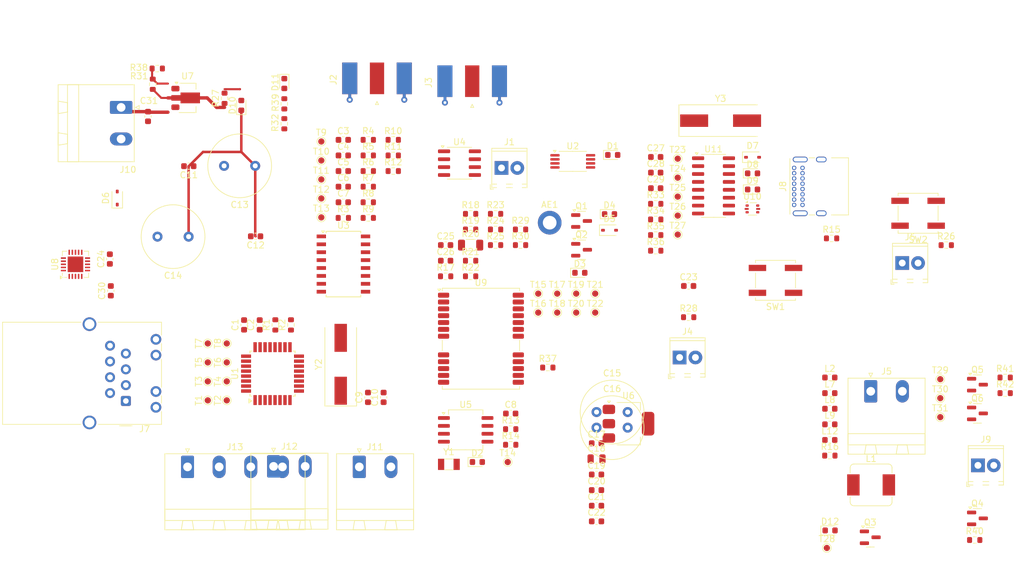
<source format=kicad_pcb>
(kicad_pcb (version 20240108) (generator "pcbnew") (generator_version "8.0")
  (layers (0 "F.Cu" signal) (31 "B.Cu" signal) (34 "B.Paste" user) (35 "F.Paste" user) (36 "B.SilkS" user "B.Silkscreen") (37 "F.SilkS" user "F.Silkscreen") (38 "B.Mask" user) (39 "F.Mask" user) (44 "Edge.Cuts" user))
  (net 0 "")
  (net 1 "Net-(AE1-A)")
  (net 2 "/MCU/+VCC")
  (net 3 "/MCU/GND")
  (net 4 "/WIND/Vcc")
  (net 5 "/WIND/GND")
  (net 6 "Net-(U3A-Cext)")
  (net 7 "Net-(U3A-RCext)")
  (net 8 "Net-(J3-In)")
  (net 9 "/RTC/GND")
  (net 10 "/RTC/+5V")
  (net 11 "/XTAL/GND")
  (net 12 "/MCU/XTAL1{slash}PB6")
  (net 13 "/MCU/XTAL2{slash}PB7")
  (net 14 "/NRF24/GND")
  (net 15 "/NRF24/+3.3V")
  (net 16 "/GNSS/GND")
  (net 17 "/GNSS/VCC_USB")
  (net 18 "Net-(U9-RF_IN)")
  (net 19 "/GNSS/+3.3V")
  (net 20 "Net-(D1-A)")
  (net 21 "Net-(D1-K)")
  (net 22 "Net-(D2-K)")
  (net 23 "Net-(D4-A)")
  (net 24 "Net-(D5-A)")
  (net 25 "Net-(J1-Pin_1)")
  (net 26 "/MCU/~{RESET}{slash}PC6")
  (net 27 "/Reset/GND")
  (net 28 "/MCU/A6")
  (net 29 "/MCU/A7")
  (net 30 "/MCU/PB0")
  (net 31 "/MCU/PB1-D9~")
  (net 32 "/MCU/PB2-D10~")
  (net 33 "/MCU/MOSI")
  (net 34 "/MCU/MISO")
  (net 35 "/MCU/CLK")
  (net 36 "/MCU/PC0-A0")
  (net 37 "/MCU/PC1-A1")
  (net 38 "/MCU/PC2-A2")
  (net 39 "/MCU/PC3-A3")
  (net 40 "/MCU/SDA")
  (net 41 "/MCU/SCL")
  (net 42 "/MCU/TX")
  (net 43 "/MCU/RX")
  (net 44 "/MCU/PD2-D2-(INT0)")
  (net 45 "/MCU/PD3-D3-(INT1)~")
  (net 46 "/MCU/PD4-D4")
  (net 47 "/MCU/PD7-D7")
  (net 48 "/MCU/PD6-D6~")
  (net 49 "/MCU/PD5-D5~")
  (net 50 "Net-(Q2-D)")
  (net 51 "Net-(U3A-Q)")
  (net 52 "Net-(U2B--)")
  (net 53 "Net-(U2A-+)")
  (net 54 "Net-(R11-Pad1)")
  (net 55 "/WIND/Wind_interrupt_MCU")
  (net 56 "/WIND/Wind_interrupt_Power")
  (net 57 "Net-(U5-SQW{slash}OUT)")
  (net 58 "Net-(R13-Pad2)")
  (net 59 "/Reset/VCC")
  (net 60 "/GNSS/GNSS_ENABLED")
  (net 61 "Net-(U9-TXD{slash}SPI_MISO)")
  (net 62 "/GNSS/GNSS_TX")
  (net 63 "/GNSS/GNSS_RX")
  (net 64 "Net-(R21-Pad2)")
  (net 65 "Net-(U9-RXD{slash}SPI_MOSI)")
  (net 66 "Net-(U9-TIMEPULSE)")
  (net 67 "/WIND/Simulation")
  (net 68 "Net-(U2A--)")
  (net 69 "Net-(U9-D_SEL)")
  (net 70 "Net-(U9-SDA{slash}~{SPI_CS})")
  (net 71 "Net-(U9-SCL{slash}SPI_CLK)")
  (net 72 "Net-(U9-EXTINT)")
  (net 73 "Net-(U9-~{SAFEBOOT})")
  (net 84 "/WIND/U{slash}~{D}")
  (net 85 "/WIND/~{CS}")
  (net 86 "/RTC/SDA")
  (net 87 "/RTC/V_Backup")
  (net 88 "Net-(U5-X1)")
  (net 89 "Net-(U5-X2)")
  (net 90 "/RTC/SCL")
  (net 91 "/GNSS/D+")
  (net 92 "/GNSS/D-")
  (net 96 "/GNSS/VCC_BACKUP")
  (net 97 "/GNSS/VCC_RF")
  (net 112 "/Programming/+5V")
  (net 113 "/Programming/GND")
  (net 114 "/Programming/DTR")
  (net 115 "/Programming/+3.3V")
  (net 116 "Net-(D7-K)")
  (net 119 "Net-(J8-D--PadA7)")
  (net 120 "Net-(J8-D+-PadA6)")
  (net 123 "Net-(R33-Pad2)")
  (net 124 "Net-(R34-Pad2)")
  (net 129 "/NRF24/XTAl_1")
  (net 130 "/NRF24/XTAl_2")
  (net 138 "Net-(U11-XI)")
  (net 142 "Net-(U11-XO)")
  (net 149 "/User_Buttons/SELF_TEST")
  (net 150 "/User_Buttons/GND")
  (net 151 "/User_Buttons/VCC")
  (net 158 "/Power/GND")
  (net 159 "Net-(J5-Pin_1)")
  (net 160 "Net-(D4-K)")
  (net 161 "/Power/Vcap")
  (net 162 "/Power/+3.3V")
  (net 163 "Net-(U8-VDD_PA)")
  (net 164 "Net-(J6-In)")
  (net 165 "Net-(C25-Pad1)")
  (net 169 "Net-(D3-A)")
  (net 170 "Net-(D6-A)")
  (net 171 "Net-(D8-A)")
  (net 172 "Net-(D9-A)")
  (net 173 "Net-(D10-K)")
  (net 175 "Net-(D11-K)")
  (net 177 "Net-(D12-K)")
  (net 182 "/Power/Power_Sensors/V_{IN}")
  (net 183 "/Power/GND_RF")
  (net 184 "/Power/GND_GNSS")
  (net 185 "/Power/Power_GNSS/V_{IN}")
  (net 186 "Net-(Q1-G)")
  (net 187 "/Power/+3.3V_Sensors")
  (net 188 "Net-(Q3-D)")
  (net 189 "/Power/Enable_GNSS")
  (net 190 "/Power/Power_Sensors/GND")
  (net 191 "/Power/+3.3V_GNSS")
  (net 192 "Net-(Q5-G)")
  (net 193 "/Power/Power_GNSS/GND")
  (net 194 "/Power/Enable_Sensors")
  (net 195 "Net-(U6-ADJ)")
  (net 196 "Net-(R18-Pad1)")
  (net 197 "Net-(R26-Pad2)")
  (net 198 "Net-(R27-Pad1)")
  (net 199 "Net-(R31-Pad1)")
  (net 202 "Net-(U8-ANT2)")
  (net 206 "Net-(U8-ANT1)")
  (net 209 "Net-(U8-IREF)")
  (footprint "Connector_Phoenix_MSTB:PhoenixContact_MSTBA_2,5_2-G-5,08_1x02_P5.08mm_Horizontal" (layer "F.Cu") (at 170.5874 102.9426)
    (property "Reference" "J5")
    (property "Value" "Panel")
  )
  (footprint "Inductor_SMD:L_Sumida_CDMC6D28_7.25x6.5mm" (layer "F.Cu") (at 170.6474 117.9876)
    (property "Reference" "L1")
    (property "Value" "33uH")
  )
  (footprint "Resistor_SMD:R_0603_1608Metric" (layer "F.Cu") (at 89.8868 65.0288)
    (property "Reference" "R5")
    (property "Value" "R_10K_SMD_0603")
  )
  (footprint "Resistor_SMD:R_0603_1608Metric" (layer "F.Cu") (at 187.2874 126.8476)
    (property "Reference" "R40")
    (property "Value" "100k")
  )
  (footprint "TestPoint:TestPoint_Pad_D1.0mm" (layer "F.Cu") (at 120.2322 87.2386)
    (property "Reference" "T17")
    (property "Value" "TP")
  )
  (footprint "Capacitor_SMD:C_0603_1608Metric" (layer "F.Cu") (at 85.8768 62.5188)
    (property "Reference" "C3")
    (property "Value" "100nF")
  )
  (footprint "LED_SMD:LED_0603_1608Metric" (layer "F.Cu") (at 151.6054 70.498)
    (property "Reference" "D9")
    (property "Value" "POS_ENABLE")
  )
  (footprint "TestPoint:TestPoint_Pad_D1.0mm" (layer "F.Cu") (at 120.2322 90.2886)
    (property "Reference" "T18")
    (property "Value" "TP")
  )
  (footprint "Inductor_SMD:L_0603_1608Metric" (layer "F.Cu") (at 164.0174 105.7476)
    (property "Reference" "L8")
    (property "Value" "MPZ1608S101ATAH0")
  )
  (footprint "Connector_Coaxial:SMA_Molex_73251-1153_EdgeMount_Horizontal" (layer "F.Cu") (at 106.5784 54.812 -90)
    (property "Reference" "J3")
    (property "Value" "132415")
  )
  (footprint "Resistor_SMD:R_0603_1608Metric" (layer "F.Cu") (at 136.0554 72.808)
    (property "Reference" "R33")
    (property "Value" "0")
  )
  (footprint "Connector_Coaxial:SMA_Molex_73251-1153_EdgeMount_Horizontal" (layer "F.Cu") (at 91.2876 54.3548 -90)
    (property "Reference" "J2")
    (property "Value" "132415")
  )
  (footprint "TerminalBlock_Phoenix:TerminalBlock_Phoenix_MPT-0,5-2-2.54_1x02_P2.54mm_Horizontal" (layer "F.Cu") (at 139.8902 97.5052)
    (property "Reference" "J4")
    (property "Value" "KF128-2.54_2P")
  )
  (footprint "Resistor_SMD:R_0603_1608Metric" (layer "F.Cu") (at 89.8868 72.5588)
    (property "Reference" "R8")
    (property "Value" "R_10K_SMD_0603")
  )
  (footprint "Diode_SMD:D_SOD-323" (layer "F.Cu") (at 151.6054 65.318)
    (property "Reference" "D7")
    (property "Value" "1N4148")
  )
  (footprint "TestPoint:TestPoint_Pad_D1.0mm" (layer "F.Cu") (at 82.3468 71.9388)
    (property "Reference" "T12")
    (property "Value" "TP")
  )
  (footprint "TestPoint:TestPoint_Pad_D1.0mm" (layer "F.Cu") (at 163.5374 128.1276)
    (property "Reference" "T28")
    (property "Value" "TP")
  )
  (footprint "Inductor_SMD:L_0603_1608Metric" (layer "F.Cu") (at 164.0174 110.7676)
    (property "Reference" "L12")
    (property "Value" "MPZ1608S101ATAH0")
  )
  (footprint "Connector_RJ:RJ45_Wuerth_7499010121A_Horizontal" (layer "F.Cu") (at 50.9524 104.4956 180)
    (property "Reference" "J7")
    (property "Value" "RJ45_Wuerth_7499010121A")
  )
  (footprint "Inductor_SMD:L_0603_1608Metric" (layer "F.Cu") (at 164.0174 103.2376)
    (property "Reference" "L7")
    (property "Value" "MPZ1608S101ATAH0")
  )
  (footprint "Capacitor_SMD:C_0603_1608Metric" (layer "F.Cu") (at 141.3438 86.0126)
    (property "Reference" "C23")
    (property "Value" "2.2nF")
  )
  (footprint "Connector_USB:USB_C_Receptacle_GCT_USB4085" (layer "F.Cu") (at 158.281 72.9774 90)
    (property "Reference" "J8")
    (property "Value" "USB_C_Receptacle_USB2.0_16P")
  )
  (footprint "Capacitor_SMD:C_0603_1608Metric" (layer "F.Cu") (at 136.0554 65.278)
    (property "Reference" "C27")
    (property "Value" "100nF")
  )
  (footprint "Package_SO:SOIC-8_3.9x4.9mm_P1.27mm" (layer "F.Cu") (at 104.5322 66.2686)
    (property "Reference" "U4")
    (property "Value" "MCP4011")
  )
  (footprint "Capacitor_SMD:C_0603_1608Metric" (layer "F.Cu") (at 126.5482 116.3176)
    (property "Reference" "C19")
    (property "Value" "4.7uF")
  )
  (footprint "Package_TO_SOT_SMD:SOT-23" (layer "F.Cu") (at 124.1422 75.5636)
    (property "Reference" "Q1")
    (property "Value" "CJ3401")
  )
  (footprint "Package_TO_SOT_SMD:SOT-666" (layer "F.Cu") (at 151.5854 73.623)
    (property "Reference" "U10")
    (property "Value" "USBLC6-2P6")
  )
  (footprint "Capacitor_SMD:C_0603_1608Metric" (layer "F.Cu") (at 126.5482 123.8476)
    (property "Reference" "C22")
    (property "Value" "100nF")
  )
  (footprint "Crystal:Crystal_SMD_HC49-SD" (layer "F.Cu") (at 146.4736 59.436)
    (property "Reference" "Y3")
    (property "Value" "Crystal")
  )
  (footprint "Package_TO_SOT_SMD:SOT-23" (layer "F.Cu") (at 187.7274 101.8726)
    (property "Reference" "Q5")
    (property "Value" "CJ3401")
  )
  (footprint "Capacitor_SMD:C_0805_2012Metric" (layer "F.Cu") (at 126.5482 113.8076)
    (property "Reference" "C18")
    (property "Value" "100uF")
  )
  (footprint "Package_TO_SOT_SMD:SOT-23" (layer "F.Cu") (at 170.5074 126.4126)
    (property "Reference" "Q3")
    (property "Value" "CJ3401")
  )
  (footprint "Resistor_SMD:R_0603_1608Metric" (layer "F.Cu") (at 89.8868 67.5388)
    (property "Reference" "R6")
    (property "Value" "R_10K_SMD_0603")
  )
  (footprint "TestPoint:TestPoint_Pad_D1.0mm" (layer "F.Cu") (at 139.5854 65.548)
    (property "Reference" "T23")
    (property "Value" "TP")
  )
  (footprint "LED_SMD:LED_0603_1608Metric" (layer "F.Cu") (at 151.6054 67.908)
    (property "Reference" "D8")
    (property "Value" "GNSS")
  )
  (footprint "Button_Switch_SMD:SW_Push_1P1T_NO_CK_KSC7xxJ" (layer "F.Cu") (at 155.2912 85.1088)
    (property "Reference" "SW1")
    (property "Value" "PB_SMD_12V_50MA_6MM_6MM")
  )
  (footprint "LED_SMD:LED_0603_1608Metric" (layer "F.Cu") (at 129.1522 64.9486)
    (property "Reference" "D1")
    (property "Value" "LED")
  )
  (footprint "Capacitor_SMD:C_0603_1608Metric" (layer "F.Cu") (at 85.8768 65.0288)
    (property "Reference" "C4")
    (property "Value" "100nF")
  )
  (footprint "Resistor_SMD:R_0603_1608Metric" (layer "F.Cu") (at 192.1774 103.2376)
    (property "Reference" "R42")
    (property "Value" "100k")
  )
  (footprint "Capacitor_SMD:C_0603_1608Metric" (layer "F.Cu") (at 126.5482 111.2976)
    (property "Reference" "C17")
    (property "Value" "47uF")
  )
  (footprint "Package_QFP:TQFP-32_7x7mm_P0.8mm" (layer "F.Cu") (at 74.5096 100.1 90)
    (property "Reference" "U1")
    (property "Value" "ATMEGA-328P")
  )
  (footprint "Resistor_SMD:R_0603_1608Metric" (layer "F.Cu") (at 89.8868 70.0488)
    (property "Reference" "R7")
    (property "Value" "R_10K_SMD_0603")
  )
  (footprint "Capacitor_SMD:C_0603_1608Metric" (layer "F.Cu") (at 54.5084 58.7626 90)
    (property "Reference" "C31")
    (property "Value" "100nF" (hide yes))
  )
  (footprint "TestPoint:TestPoint_Pad_D1.0mm" (layer "F.Cu") (at 67.1596 95.25 90)
    (property "Reference" "T8")
    (property "Value" "TP")
  )
  (footprint "TestPoint:TestPoint_Pad_D1.0mm" (layer "F.Cu") (at 139.5854 74.698)
    (property "Reference" "T26")
    (property "Value" "TP")
  )
  (footprint "Capacitor_SMD:C_0603_1608Metric" (layer "F.Cu") (at 85.8768 72.5588)
    (property "Reference" "C7")
    (property "Value" "100nF")
  )
  (footprint "Resistor_SMD:R_0603_1608Metric" (layer "F.Cu") (at 164.0174 113.2776)
    (property "Reference" "R16")
    (property "Value" "390")
  )
  (footprint "Resistor_SMD:R_0603_1608Metric" (layer "F.Cu") (at 66.802 55.8399 90)
    (property "Reference" "R27")
    (property "Value" "0")
  )
  (footprint "TestPoint:TestPoint_Pad_D1.0mm" (layer "F.Cu") (at 181.7574 107.0976)
    (property "Reference" "T31")
    (property "Value" "TP")
  )
  (footprint "TestPoint:TestPoint_Pad_D1.0mm" (layer "F.Cu") (at 139.5854 68.598)
    (property "Reference" "T24")
    (property "Value" "TP")
  )
  (footprint "TestPoint:TestPoint_Pad_D1.0mm" (layer "F.Cu") (at 64.1096 98.3 90)
    (property "Reference" "T5")
    (property "Value" "TP")
  )
  (footprint "Resistor_SMD:R_0603_1608Metric" (layer "F.Cu") (at 136.0554 77.828)
    (property "Reference" "R35")
    (property "Value" "270")
  )
  (footprint "RF_GPS:ublox_NEO" (layer "F.Cu") (at 107.9822 94.4886)
    (property "Reference" "U9")
    (property "Value" "NEO-M8M")
  )
  (footprint "Resistor_SMD:R_0603_1608Metric" (layer "F.Cu") (at 114.3422 79.4386)
    (property "Reference" "R30")
    (property "Value" "1k")
  )
  (footprint "Resistor_SMD:R_0603_1608Metric" (layer "F.Cu") (at 93.8968 62.5188)
    (property "Reference" "R10")
    (property "Value" "R_330R_SMD_0603")
  )
  (footprint "TestPoint:TestPoint_Pad_D1.0mm" (layer "F.Cu") (at 82.3468 74.9888)
    (property "Reference" "T13")
    (property "Value" "TP")
  )
  (footprint "Resistor_SMD:R_0603_1608Metric" (layer "F.Cu") (at 192.1774 100.7276)
    (property "Reference" "R41")
    (property "Value" "10k")
  )
  (footprint "Resistor_SMD:R_0603_1608Metric" (layer "F.Cu") (at 76.4032 59.9318 -90)
    (property "Reference" "R32")
    (property "Value" "330" (hide yes))
  )
  (footprint "Package_TO_SOT_SMD:SOT-223-3_TabPin2" (layer "F.Cu") (at 131.6782 108.1476)
    (property "Reference" "U6")
    (property "Value" "LM317_SOT-223")
  )
  (footprint "Diode_SMD:D_SOD-323" (layer "F.Cu") (at 49.5692 71.8788 90)
    (property "Reference" "D6")
    (property "Value" "1N5819WS")
  )
  (footprint "Connector_Phoenix_MSTB:PhoenixContact_MSTBA_2,5_2-G-5,08_1x02_P5.08mm_Horizontal" (layer "F.Cu") (at 88.4428 115.0945)
    (property "Reference" "J11")
    (property "Value" "Wind_Direction")
  )
  (footprint "Capacitor_SMD:C_0603_1608Metric" (layer "F.Cu") (at 48.382 81.6822 90)
    (property "Reference" "C24")
    (property "Value" "4.7pF")
  )
  (footprint "Connector_Phoenix_MSTB:PhoenixContact_MSTBA_2,5_2-G-5,08_1x02_P5.08mm_Horizontal" (layer "F.Cu") (at 74.676 115.0112)
    (property "Reference" "J12")
    (property "Value" "Water_Level")
  )
  (footprint "Connector_Phoenix_MSTB:PhoenixContact_MSTBA_2,5_4-G-5,08_1x04_P5.08mm_Horizontal" (layer "F.Cu") (at 60.8584 115.0945)
    (property "Reference" "J13")
    (property "Value" "Screw_Terminal_01x04")
  )
  (footprint "TestPoint:TestPoint_Pad_D1.0mm" (layer "F.Cu") (at 64.1096 95.25 90)
    (property "Reference" "T7")
    (property "Value" "TP")
  )
  (footprint "TestPoint:TestPoint_Pad_D1.0mm" (layer "F.Cu") (at 181.7574 104.0476)
    (property "Reference" "T30")
    (property "Value" "TP")
  )
  (footprint "Resistor_SMD:R_0603_1608Metric" (layer "F.Cu") (at 110.3322 79.4386)
    (property "Reference" "R25")
    (property "Value" "0")
  )
  (footprint "Resistor_SMD:R_0603_1608Metric" (layer "F.Cu") (at 118.7196 99.124)
    (property "Reference" "R37")
    (property "Value" "270")
  )
  (footprint "Capacitor_THT:C_Radial_D10.0mm_H20.0mm_P5.00mm" (layer "F.Cu") (at 71.7296 66.7004 180)
    (property "Reference" "C13")
    (property "Value" "5F")
  )
  (footprint "Resistor_SMD:R_0603_1608Metric" (layer "F.Cu") (at 77.4696 92.27 90)
    (property "Reference" "R2")
    (property "Value" "4.7k")
  )
  (footprint "TestPoint:TestPoint_Pad_D1.0mm" (layer "F.Cu") (at 82.3468 62.7888)
    (property "Reference" "T9")
    (property "Value" "TP")
  )
  (footprint "LED_SMD:LED_0603_1608Metric" (layer "F.Cu") (at 107.4022 114.3086)
    (property "Reference" "D2")
    (property "Value" "LED")
  )
  (footprint "Capacitor_SMD:C_0603_1608Metric" (layer "F.Cu") (at 85.8768 67.5388)
    (property "Reference" "C5")
    (property "Value" "100nF")
  )
  (footprint "TestPoint:TestPoint_Pad_D1.0mm" (layer "F.Cu") (at 82.3468 68.8888)
    (property "Reference" "T11")
    (property "Value" "TP")
  )
  (footprint "LED_SMD:LED_0603_1608Metric" (layer "F.Cu") (at 69.4944 56.9808 90)
    (property "Reference" "D10")
    (property "Value" "LED_USB")
  )
  (footprint "TestPoint:TestPoint_Pad_D1.0mm" (layer "F.Cu") (at 117.1822 90.2886)
    (property "Reference" "T16")
    (property "Value" "TP")
  )
  (footprint "TestPoint:TestPoint_Pad_D1.0mm" (layer "F.Cu") (at 67.1596 98.3 90)
    (property "Reference" "T6")
    (property "Value" "TP")
  )
  (footprint "Resistor_SMD:R_0603_1608Metric" (layer "F.Cu") (at 93.8968 65.0288)
    (property "Reference" "R11")
    (property "Value" "R_0R_SMD_0603")
  )
  (footprint "MountingHole:MountingHole_2.2mm_M2_DIN965_Pad" (layer "F.Cu") (at 119.0222 75.8386)
    (property "Reference" "AE1")
    (property "Value" "Internal_antenna")
  )
  (footprint "Capacitor_THT:C_Radial_D10.0mm_H20.0mm_P5.00mm" (layer "F.Cu") (at 61.0324 78.0796 180)
    (property "Reference" "C14")
    (property "Value" "5F")
  )
  (footprint "TestPoint:TestPoint_Pad_D1.0mm" (layer "F.Cu") (at 126.3322 90.2886)
    (property "Reference" "T22")
    (property "Value" "TP")
  )
  (footprint "Resistor_SMD:R_0603_1608Metric" (layer "F.Cu") (at 74.9596 92.27 90)
    (property "Reference" "R1")
    (property "Value" "4.7k")
  )
  (footprint "Capacitor_SMD:C_0603_1608Metric" (layer "F.Cu") (at 126.5482 118.8276)
    (property "Reference" "C20")
    (property "Value" "100nF")
  )
  (footprint "Diode_SMD:D_SOD-323" (layer "F.Cu") (at 128.6322 77.0486)
    (property "Reference" "D5")
    (property "Value" "1N5819WS")
  )
  (footprint "Resistor_SMD:R_0603_1608Metric" (layer "F.Cu") (at 110.3322 74.4186)
    (property "Reference" "R23")
    (property "Value" "R_1K_SMD_0603")
  )
  (footprint "Resistor_SMD:R_0603_1608Metric" (layer "F.Cu") (at 164.296 78.3592)
    (property "Reference" "R15")
    (property "Value" "10k")
  )
  (footprint "Resistor_SMD:R_0603_1608Metric" (layer "F.Cu") (at 85.8768 75.0688)
    (property "Reference" "R3")
    (property "Value" "10k")
  )
  (footprint "Button_Switch_SMD:SW_Push_1P1T_NO_CK_KSC7xxJ" (layer "F.Cu") (at 178.1954 74.3212)
    (property "Reference" "SW2")
    (property "Value" "PB_SMD_12V_50MA_6MM_6MM")
  )
  (footprint "Resistor_SMD:R_0603_1608Metric" (layer "F.Cu") (at 112.7622 109.0286)
    (property "Reference" "R13")
    (property "Value" "0")
  )
  (footprint "Connector_Phoenix_MSTB:PhoenixContact_MSTBA_2,5_2-G-5,08_1x02_P5.08mm_Horizontal" (layer "F.Cu") (at 50.1904 57.3024 -90)
    (property "Reference" "J10")
    (property "Value" "Anemometer" (hide yes))
  )
  (footprint "Crystal:Crystal_SMD_HC49-SD" (layer "F.Cu") (at 85.4596 98.6 90)
    (property "Reference" "Y2")
    (property "Value" "16MHz")
  )
  (footprint "Crystal:Crystal_SMD_3215-2Pin_3.2x1.5mm" (layer "F.Cu") (at 102.8322 114.6886)
    (property "Reference" "Y1")
    (property "Value" "32kHz")
  )
  (footprint "Inductor_SMD:L_0603_1608Metric" (layer "F.Cu") (at 164.0174 100.7276)
    (property "Reference" "L2")
    (property "Value" "MPZ1608S101ATAH0")
  )
  (footprint "Capacitor_SMD:C_0603_1608Metric" (layer "F.Cu") (at 71.7912 78.0288 180)
    (property "Reference" "C12")
    (property "Value" "2.2uF")
  )
  (footprint "Capacitor_SMD:C_0603_1608Metric" (layer "F.Cu") (at 112.7622 106.5186)
    (property "Reference" "C8")
    (property "Value" "100nF")
  )
  (footprint "Package_TO_SOT_SMD:SOT-23" (layer "F.Cu") (at 124.1422 80.1886)
    (property "Reference" "Q2")
    (property "Value" "2N7002")
  )
  (footprint "Package_TO_SOT_SMD:SOT-23" (layer "F.Cu") (at 187.7274 106.4976)
    (property "Reference" "Q6")
    (property "Value" "2N7002H")
  )
  (footprint "Capacitor_SMD:C_0603_1608Metric" (layer "F.Cu") (at 69.9396 92.27 90)
    (property "Reference" "C1")
    (property "Value" "100nF")
  )
  (footprint "Resistor_SMD:R_0603_1608Metric" (layer "F.Cu") (at 93.8968 67.5388)
    (property "Reference" "R12")
    (property "Value" "R_0R_SMD_0603")
  )
  (footprint "Resistor_SMD:R_0603_1608Metric" (layer "F.Cu") (at 106.3222 84.4586)
    (property "Reference" "R22")
    (property "Value" "0")
  )
  (footprint "Resistor_SMD:R_0603_1608Metric" (layer "F.Cu") (at 55.9938 51.054 180)
    (property "Reference" "R38")
    (property "Value" "10k" (hide yes))
  )
  (footprint "TerminalBlock_Phoenix:TerminalBlock_Phoenix_MPT-0,5-2-2.54_1x02_P2.54mm_Horizontal" (layer "F.Cu") (at 187.8074 114.8476)
    (property "Reference" "J9")
    (property "Value" "KF128-2.54_2P")
  )
  (footprint "TestPoint:TestPoint_Pad_D1.0mm" (layer "F.Cu") (at 117.1822 87.2386)
    (property "Reference" "T15")
    (property "Value" "TP")
  )
  (footprint "Inductor_SMD:L_0603_1608Metric" (layer "F.Cu") (at 164.0174 108.2576)
    (property "Reference" "L9")
    (property "Value" "MPZ1608S101ATAH0")
  )
  (footprint "TestPoint:TestPoint_Pad_D1.0mm" (layer "F.Cu") (at 67.1596 101.35 90)
    (property "Reference" "T4")
    (property "Value" "TP")
  )
  (footprint "TestPoint:TestPoint_Pad_D1.0mm" (layer "F.Cu") (at 139.5854 71.648)
    (property "Reference" "T25")
    (property "Value" "TP")
  )
  (footprint "Capacitor_SMD:C_0603_1608Metric" (layer "F.Cu") (at 61.0616 66.7512 180)
    (property "Reference" "C11")
    (property "Value" "2.2uF")
  )
  (footprint "TestPoint:TestPoint_Pad_D1.0mm" (layer "F.Cu") (at 139.5854 77.748)
    (property "Reference" "T27")
    (property "Value" "TP")
  )
  (footprint "Capacitor_SMD:C_0603_1608Metric" (layer "F.Cu") (at 136.0554 70.298)
    (property "Reference" "C29")
    (property "Value" "100nF")
  )
  (footprint "Resistor_SMD:R_0603_1608Metric" (layer "F.Cu") (at 76.4032 56.7314 -90)
    (property "Reference" "R39")
    (property "Value" "10k" (hide yes))
  )
  (footprint "Resistor_SMD:R_0603_1608Metric" (layer "F.Cu") (at 136.0554 80.338)
    (property "Reference" "R36")
    (property "Value" "270")
  )
  (footprint "Package_SO:TSSOP-8_4.4x3mm_P0.65mm" (layer "F.Cu") (at 122.7322 65.9786)
    (property "Reference" "U2")
    (property "Value" "LM358DR")
  )
  (footprint "TestPoint:TestPoint_Pad_D1.0mm" (layer "F.Cu") (at 181.7574 100.9976)
    (property "Reference" "T29")
    (property "Value" "TP")
  )
  (footprint "TestPoint:TestPoint_Pad_D1.0mm" (layer "F.Cu") (at 123.2822 87.2386)
    (property "Reference" "T19")
    (property "Value" "TP")
  )
  (footprint "LED_SMD:LED_0603_1608Metric" (layer "F.Cu") (at 164.0574 125.3076)
    (property "Reference" "D12")
    (property "Value" "RX_LED")
  )
  (footprint "Capacitor_SMD:C_0603_1608Metric" (layer "F.Cu") (at 126.5482 121.3376)
    (property "Reference" "C21")
    (property "Value" "100nF")
  )
  (footprint "Resistor_SMD:R_0603_1608Metric" (layer "F.Cu") (at 102.3122 84.4586)
    (property "Reference" "R17")
    (property "Value" "270")
  )
  (footprint "Resistor_SMD:R_0603_1608Metric" (layer "F.Cu") (at 114.3422 76.9286)
    (property "Reference" "R29")
    (property "Value" "1k")
  )
  (footprint "Capacitor_SMD:C_0603_1608Metric" (layer "F.Cu") (at 89.8396 103.92 90)
    (property "Reference" "C9")
    (property "Value" "22pF")
  )
  (footprint "Resistor_SMD:R_0603_1608Metric" (layer "F.Cu") (at 55.2704 53.5818 -90)
    (property "Reference" "R31")
    (property "Value" "0" (hide yes))
  )
  (footprint "Package_TO_SOT_SMD:SOT-23" (layer "F.Cu") (at 187.7274 123.3726)
    (property "Reference" "Q4")
    (property "Value" "2N7002H")
  )
  (footprint "TestPoint:TestPoint_Pad_D1.0mm" (layer "F.Cu") (at 126.3322 87.2386)
    (property "Reference" "T21")
    (property "Value" "TP")
  )
  (footprint "Capacitor_SMD:C_0603_1608Metric" (layer "F.Cu") (at 48.5344 86.7904 90)
    (property "Reference" "C30")
    (property "Value" "100nF")
  )
  (footprint "Resistor_SMD:R_0603_1608Metric" (layer "F.Cu") (at 136.0554 75.318)
    (property "Reference" "R34")
    (property "Value" "0")
  )
  (footprint "Resistor_SMD:R_0603_1608Metric" (layer "F.Cu") (at 112.7622 111.5386)
    (property "Reference" "R14")
    (property "Value" "330")
  )
  (footprint "TestPoint:TestPoint_Pad_D1.0mm" (layer "F.Cu") (at 64.1096 101.35 90)
    (property "Reference" "T3")
    (property "Value" "TP")
  )
  (footprint "Resistor_SMD:R_0603_1608Metric" (layer "F.Cu") (at 106.3222 81.9486)
    (property "Reference" "R21")
    (property "Value" "0")
  )
  (footprint "Resistor_SMD:R_0603_1608Metric" (layer "F.Cu") (at 141.3438 91.0326)
    (property "Reference" "R28")
    (property "Value" "330")
  )
  (footprint "Package_SO:SO-8_5.3x6.2mm_P1.27mm" (layer "F.Cu") (at 105.5322 109.1386)
    (property "Reference" "U5")
    (property "Value" "DS1307Z")
  )
  (footprint "TerminalBlock_Phoenix:TerminalBlock_Phoenix_MPT-0,5-2-2.54_1x02_P2.54mm_Horizontal" (layer "F.Cu") (at 111.2822 67.0386)
    (property "Reference" "J1")
    (property "Value" "Wind")
  )
  (footprint "Resistor_SMD:R_0603_1608Metric" (layer "F.Cu") (at 110.3322 76.9286)
    (property "Reference" "R24")
    (property "Value" "R_100K_SMD_0603")
  )
  (footprint "Resistor_SMD:R_0603_1608Metric" (layer "F.Cu") (at 89.8868 62.5188)
    (property "Reference" "R4")
    (property "Value" "R_10K_SMD_0603")
  )
  (footprint "Package_DFN_QFN:QFN-20-1EP_4x4mm_P0.5mm_EP2.5x2.5mm" (layer "F.Cu") (at 42.86 82.5301 90)
    (property "Reference" "U8")
    (property "Value" "NRF24L01")
  )
  (footprint "Capacitor_THT:C_Radial_D10.0mm_H20.0mm_P5.00mm" (layer "F.Cu") (at 126.5482 106.2776)
    (property "Reference" "C15")
    (property "Value" "5F")
  )
  (footprint "Resistor_SMD:R_1206_3216Metric" (layer "F.Cu") (at 106.3222 79.4386)
    (property "Reference" "R20")
    (property "Value" "100")
  )
  (footprint "TestPoint:TestPoint_Pad_D1.0mm" (layer "F.Cu") (at 64.1096 104.4 90)
    (property "Reference" "T1")
    (property "Value" "TP")
  )
  (footprint "TerminalBlock_Phoenix:TerminalBlock_Phoenix_MPT-0,5-2-2.54_1x02_P2.54mm_Horizontal" (layer "F.Cu") (at 175.6454 82.3212)
    (property "Reference" "J6")
    (property "Value" "KF128-2.54_2P")
  )
  (footprint "TestPoint:TestPoint_Pad_D1.0mm" (layer "F.Cu") (at 112.2822 114.3186)
    (property "Reference" "T14")
    (property "Value" "TP")
  )
  (footprint "Resistor_SMD:R_0603_1608Metric" (layer "F.Cu") (at 106.3222 76.9286)
    (property "Reference" "R19")
    (property "Value" "330")
  )
  (footprint "Resistor_SMD:R_0603_1608Metric" (layer "F.Cu") (at 89.8868 75.0688)
    (property "Reference" "R9")
    (property "Value" "0")
  )
  (footprint "Resistor_SMD:R_0603_1608Metric" (layer "F.Cu") (at 106.3222 74.4186)
    (property "Reference" "R18")
    (property "Value" "0")
  )
  (footprint "LED_SMD:LED_0603_1608Metric" (layer "F.Cu") (at 123.8672 83.8886)
    (property "Reference" "D3")
    (property "Value" "SUN")
  )
  (footprint "Capacitor_SMD:C_0603_1608Metric" (layer "F.Cu") (at 85.8768 70.0488)
    (property "Reference" "C6")
    (property "Value" "100nF")
  )
  (footprint "Capacitor_SMD:C_0603_1608Metric" (layer "F.Cu") (at 72.4496 92.27 90)
    (property "Reference" "C2")
    (property "Value" "100nF")
  )
  (footprint "LED_SMD:LED_0603_1608Metric" (layer "F.Cu") (at 128.6322 74.4586)
    (property "Reference" "D4")
    (property "Value" "GNSS")
  )
  (footprint "TestPoint:TestPoint_Pad_D1.0mm" (layer "F.Cu") (at 123.2822 90.2886)
    (property "Reference" "T20")
    (property "Value" "TP")
  )
  (footprint "Capacitor_THT:C_Radial_D10.0mm_H20.0mm_P5.00mm" (layer "F.Cu") (at 126.5482 108.7876)
    (property "Reference" "C16")
    (property "Value" "5F")
  )
  (footprint "Resistor_SMD:R_0603_1608Metric" (layer "F.Cu") (at 182.7154 79.4512)
    (property "Reference" "R26")
    (property "Value" "0")
  )
  (footprint "Capacitor_SMD:C_0603_1608Metric" (layer "F.Cu") (at 102.3122 81.9486)
    (property "Reference" "C26")
    (property "Value" "120pF")
  )
  (footprint "Capacitor_SMD:C_0603_1608Metric" (layer "F.Cu") (at 136.0554 67.788)
    (property "Reference" "C28")
    (property "Value" "100nF")
  )
  (footprint "Package_SO:SOIC-16W_5.3x10.2mm_P1.27mm" (layer "F.Cu") (at 85.8968 82.4888)
    (property "Reference" "U3")
    (property "Value" "74HC123D")
  )
  (footprint "Package_SO:SOIC-16_3.9x9.9mm_P1.27mm" (layer "F.Cu") (at 145.3354 69.918)
    (property "Reference" "U11")
    (property "Value" "CH340G")
  )
  (footprint "Capacitor_SMD:C_0603_1608Metric" (layer "F.Cu") (at 102.3122 79.4386)
    (property "Reference" "C25")
    (property "Value" "1.5pF")
  )
  (footprint "LED_SMD:LED_0603_1608Metric" (layer "F.Cu") (at 76.4032 53.4669 -90)
    (property "Reference" "D11")
    (property "Value" "TX_LED" (hide yes))
  )
  (footprint "Package_TO_SOT_SMD:SOT-89-3" (layer "F.Cu") (at 60.8584 55.7784)
    (property "Reference" "U7")
    (property "Value" "BL8530")
  )
  (footprint "TestPoint:TestPoint_Pad_D1.0mm" (layer "F.Cu") (at 82.3468 65.8388)
    (property "Reference" "T10")
    (property "Value" "TP")
  )
  (footprint "TestPoint:TestPoint_Pad_D1.0mm" (layer "F.Cu") (at 67.1596 104.4 90)
    (property "Reference" "T2")
    (property "Value" "TP")
  )
  (footprint "Capacitor_SMD:C_0603_1608Metric" (layer "F.Cu") (at 92.3496 103.92 90)
    (property "Reference" "C10")
    (property "Value" "22pF")
  )
  (segment (start 55.1688 51.054) (end 55.1688 52.6552) (width 0.33) (layer "F.Cu") (net 0))
  (segment (start 57.7084 53.4784) (end 55.992 53.4784) (width 0.33) (layer "F.Cu") (net 0))
  (segment (start 71.7296 77.9672) (end 71.7912 78.0288) (width 0.4) (layer "F.Cu") (net 0))
  (segment (start 63.3476 64.4652) (end 61.0616 66.7512) (width 0.4) (layer "F.Cu") (net 0))
  (segment (start 69.2828 54.3774) (end 69.2912 54.369) (width 0.33) (layer "F.Cu") (net 0))
  (segment (start 69.4944 58.0308) (end 69.4944 64.4652) (width 0.4) (layer "F.Cu") (net 0))
  (segment (start 55.1688 52.6552) (end 55.2704 52.7568) (width 0.33) (layer "F.Cu") (net 0))
  (segment (start 65.5324 57.3024) (end 64.0084 55.7784) (width 0.54) (layer "F.Cu") (net 0))
  (segment (start 54.5992 58.0784) (end 54.5084 57.9876) (width 0.54) (layer "F.Cu") (net 0))
  (segment (start 69.4944 64.4652) (end 63.3476 64.4652) (width 0.4) (layer "F.Cu") (net 0))
  (segment (start 64.0084 55.7784) (end 57.7084 55.7784) (width 0.54) (layer "F.Cu") (net 0))
  (segment (start 61.0324 66.7804) (end 61.0616 66.7512) (width 0.4) (layer "F.Cu") (net 0))
  (segment (start 66.802 57.3024) (end 65.5324 57.3024) (width 0.54) (layer "F.Cu") (net 0))
  (segment (start 66.802 54.3774) (end 69.2828 54.3774) (width 0.33) (layer "F.Cu") (net 0))
  (segment (start 50.8756 57.9876) (end 50.1904 57.3024) (width 0.54) (layer "F.Cu") (net 0))
  (segment (start 54.5084 57.9876) (end 50.8756 57.9876) (width 0.54) (layer "F.Cu") (net 0))
  (segment (start 56.642 55.7784) (end 55.2704 54.4068) (width 0.33) (layer "F.Cu") (net 0))
  (segment (start 57.7084 55.7784) (end 56.642 55.7784) (width 0.33) (layer "F.Cu") (net 0))
  (segment (start 57.7084 58.0784) (end 54.5992 58.0784) (width 0.54) (layer "F.Cu") (net 0))
  (segment (start 69.4944 64.4652) (end 71.7296 66.7004) (width 0.4) (layer "F.Cu") (net 0))
  (segment (start 61.0324 78.0796) (end 61.0324 66.7804) (width 0.4) (layer "F.Cu") (net 0))
  (segment (start 55.992 53.4784) (end 55.2704 52.7568) (width 0.33) (layer "F.Cu") (net 0))
  (segment (start 71.7296 66.7004) (end 71.7296 77.9672) (width 0.4) (layer "F.Cu") (net 0))
)
</source>
